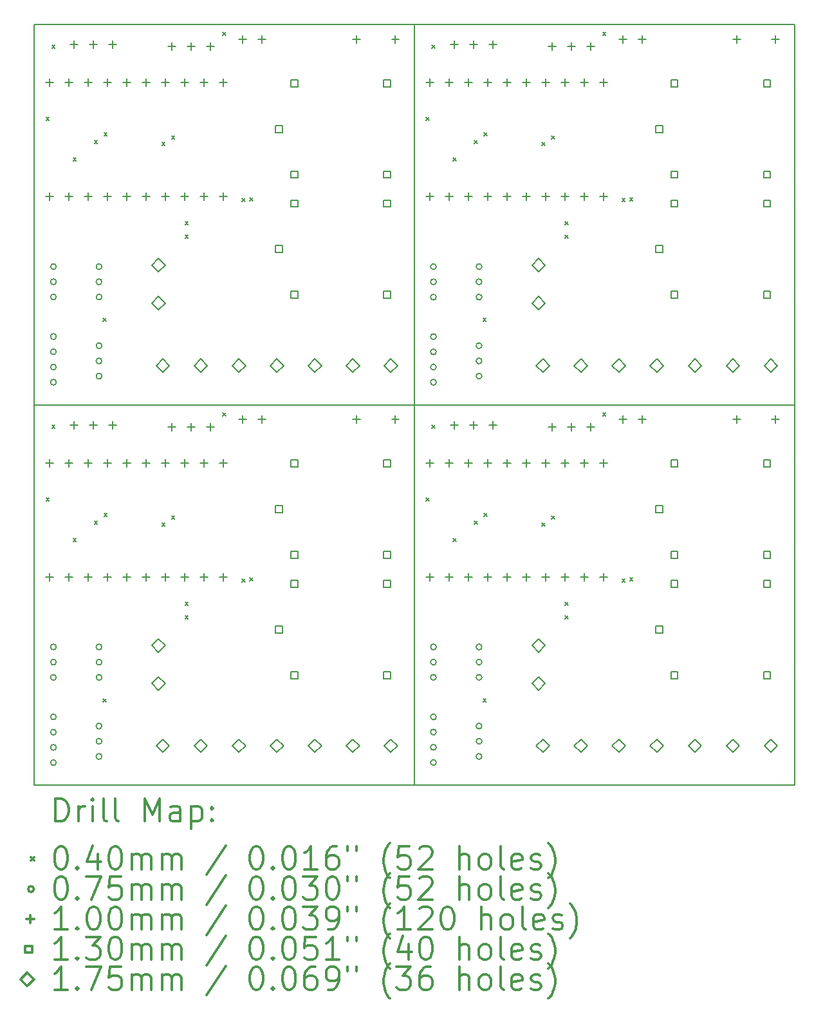
<source format=gbr>
%FSLAX45Y45*%
G04 Gerber Fmt 4.5, Leading zero omitted, Abs format (unit mm)*
G04 Created by KiCad (PCBNEW 5.0.2-bee76a0~70~ubuntu16.04.1) date Thu 28 Nov 2019 03:25:00 PM CET*
%MOMM*%
%LPD*%
G01*
G04 APERTURE LIST*
%ADD10C,0.150000*%
%ADD11C,0.200000*%
%ADD12C,0.300000*%
G04 APERTURE END LIST*
D10*
X15000000Y-5000000D02*
X15000000Y-10000000D01*
X10000000Y-5000000D02*
X10000000Y-10000000D01*
X20000000Y-10000000D02*
X20000000Y-5000000D01*
X10000000Y-10000000D02*
X15000000Y-10000000D01*
X20000000Y-5000000D02*
X15000000Y-5000000D01*
X15000000Y-10000000D02*
X15000000Y-5000000D01*
X15000000Y-10000000D02*
X20000000Y-10000000D01*
X15000000Y-5000000D02*
X10000000Y-5000000D01*
X15000000Y-10000000D02*
X15000000Y-15000000D01*
X15000000Y-15000000D02*
X20000000Y-15000000D01*
X20000000Y-15000000D02*
X20000000Y-10000000D01*
X20000000Y-10000000D02*
X15000000Y-10000000D01*
X15000000Y-10000000D02*
X10000000Y-10000000D01*
X15000000Y-15000000D02*
X15000000Y-10000000D01*
X10000000Y-15000000D02*
X15000000Y-15000000D01*
X10000000Y-10000000D02*
X10000000Y-15000000D01*
D11*
X10152700Y-6219500D02*
X10192700Y-6259500D01*
X10192700Y-6219500D02*
X10152700Y-6259500D01*
X10152700Y-11219500D02*
X10192700Y-11259500D01*
X10192700Y-11219500D02*
X10152700Y-11259500D01*
X10228900Y-5267000D02*
X10268900Y-5307000D01*
X10268900Y-5267000D02*
X10228900Y-5307000D01*
X10228900Y-10267000D02*
X10268900Y-10307000D01*
X10268900Y-10267000D02*
X10228900Y-10307000D01*
X10508300Y-6752900D02*
X10548300Y-6792900D01*
X10548300Y-6752900D02*
X10508300Y-6792900D01*
X10508300Y-11752900D02*
X10548300Y-11792900D01*
X10548300Y-11752900D02*
X10508300Y-11792900D01*
X10787700Y-6524300D02*
X10827700Y-6564300D01*
X10827700Y-6524300D02*
X10787700Y-6564300D01*
X10787700Y-11524300D02*
X10827700Y-11564300D01*
X10827700Y-11524300D02*
X10787700Y-11564300D01*
X10902000Y-8861100D02*
X10942000Y-8901100D01*
X10942000Y-8861100D02*
X10902000Y-8901100D01*
X10902000Y-13861100D02*
X10942000Y-13901100D01*
X10942000Y-13861100D02*
X10902000Y-13901100D01*
X10914700Y-6422700D02*
X10954700Y-6462700D01*
X10954700Y-6422700D02*
X10914700Y-6462700D01*
X10914700Y-11422700D02*
X10954700Y-11462700D01*
X10954700Y-11422700D02*
X10914700Y-11462700D01*
X11676700Y-6549700D02*
X11716700Y-6589700D01*
X11716700Y-6549700D02*
X11676700Y-6589700D01*
X11676700Y-11549700D02*
X11716700Y-11589700D01*
X11716700Y-11549700D02*
X11676700Y-11589700D01*
X11803700Y-6460800D02*
X11843700Y-6500800D01*
X11843700Y-6460800D02*
X11803700Y-6500800D01*
X11803700Y-11460800D02*
X11843700Y-11500800D01*
X11843700Y-11460800D02*
X11803700Y-11500800D01*
X11981500Y-7591100D02*
X12021500Y-7631100D01*
X12021500Y-7591100D02*
X11981500Y-7631100D01*
X11981500Y-7768900D02*
X12021500Y-7808900D01*
X12021500Y-7768900D02*
X11981500Y-7808900D01*
X11981500Y-12591100D02*
X12021500Y-12631100D01*
X12021500Y-12591100D02*
X11981500Y-12631100D01*
X11981500Y-12768900D02*
X12021500Y-12808900D01*
X12021500Y-12768900D02*
X11981500Y-12808900D01*
X12476800Y-5101900D02*
X12516800Y-5141900D01*
X12516800Y-5101900D02*
X12476800Y-5141900D01*
X12476800Y-10101900D02*
X12516800Y-10141900D01*
X12516800Y-10101900D02*
X12476800Y-10141900D01*
X12730800Y-7286300D02*
X12770800Y-7326300D01*
X12770800Y-7286300D02*
X12730800Y-7326300D01*
X12730800Y-12286300D02*
X12770800Y-12326300D01*
X12770800Y-12286300D02*
X12730800Y-12326300D01*
X12832400Y-7273600D02*
X12872400Y-7313600D01*
X12872400Y-7273600D02*
X12832400Y-7313600D01*
X12832400Y-12273600D02*
X12872400Y-12313600D01*
X12872400Y-12273600D02*
X12832400Y-12313600D01*
X15152700Y-6219500D02*
X15192700Y-6259500D01*
X15192700Y-6219500D02*
X15152700Y-6259500D01*
X15152700Y-11219500D02*
X15192700Y-11259500D01*
X15192700Y-11219500D02*
X15152700Y-11259500D01*
X15228900Y-5267000D02*
X15268900Y-5307000D01*
X15268900Y-5267000D02*
X15228900Y-5307000D01*
X15228900Y-10267000D02*
X15268900Y-10307000D01*
X15268900Y-10267000D02*
X15228900Y-10307000D01*
X15508300Y-6752900D02*
X15548300Y-6792900D01*
X15548300Y-6752900D02*
X15508300Y-6792900D01*
X15508300Y-11752900D02*
X15548300Y-11792900D01*
X15548300Y-11752900D02*
X15508300Y-11792900D01*
X15787700Y-6524300D02*
X15827700Y-6564300D01*
X15827700Y-6524300D02*
X15787700Y-6564300D01*
X15787700Y-11524300D02*
X15827700Y-11564300D01*
X15827700Y-11524300D02*
X15787700Y-11564300D01*
X15902000Y-8861100D02*
X15942000Y-8901100D01*
X15942000Y-8861100D02*
X15902000Y-8901100D01*
X15902000Y-13861100D02*
X15942000Y-13901100D01*
X15942000Y-13861100D02*
X15902000Y-13901100D01*
X15914700Y-6422700D02*
X15954700Y-6462700D01*
X15954700Y-6422700D02*
X15914700Y-6462700D01*
X15914700Y-11422700D02*
X15954700Y-11462700D01*
X15954700Y-11422700D02*
X15914700Y-11462700D01*
X16676700Y-6549700D02*
X16716700Y-6589700D01*
X16716700Y-6549700D02*
X16676700Y-6589700D01*
X16676700Y-11549700D02*
X16716700Y-11589700D01*
X16716700Y-11549700D02*
X16676700Y-11589700D01*
X16803700Y-6460800D02*
X16843700Y-6500800D01*
X16843700Y-6460800D02*
X16803700Y-6500800D01*
X16803700Y-11460800D02*
X16843700Y-11500800D01*
X16843700Y-11460800D02*
X16803700Y-11500800D01*
X16981500Y-7591100D02*
X17021500Y-7631100D01*
X17021500Y-7591100D02*
X16981500Y-7631100D01*
X16981500Y-7768900D02*
X17021500Y-7808900D01*
X17021500Y-7768900D02*
X16981500Y-7808900D01*
X16981500Y-12591100D02*
X17021500Y-12631100D01*
X17021500Y-12591100D02*
X16981500Y-12631100D01*
X16981500Y-12768900D02*
X17021500Y-12808900D01*
X17021500Y-12768900D02*
X16981500Y-12808900D01*
X17476800Y-5101900D02*
X17516800Y-5141900D01*
X17516800Y-5101900D02*
X17476800Y-5141900D01*
X17476800Y-10101900D02*
X17516800Y-10141900D01*
X17516800Y-10101900D02*
X17476800Y-10141900D01*
X17730800Y-7286300D02*
X17770800Y-7326300D01*
X17770800Y-7286300D02*
X17730800Y-7326300D01*
X17730800Y-12286300D02*
X17770800Y-12326300D01*
X17770800Y-12286300D02*
X17730800Y-12326300D01*
X17832400Y-7273600D02*
X17872400Y-7313600D01*
X17872400Y-7273600D02*
X17832400Y-7313600D01*
X17832400Y-12273600D02*
X17872400Y-12313600D01*
X17872400Y-12273600D02*
X17832400Y-12313600D01*
X15887500Y-9220000D02*
G75*
G03X15887500Y-9220000I-37500J0D01*
G01*
X15887500Y-9420000D02*
G75*
G03X15887500Y-9420000I-37500J0D01*
G01*
X15887500Y-9620000D02*
G75*
G03X15887500Y-9620000I-37500J0D01*
G01*
X15887500Y-14220000D02*
G75*
G03X15887500Y-14220000I-37500J0D01*
G01*
X15887500Y-14420000D02*
G75*
G03X15887500Y-14420000I-37500J0D01*
G01*
X15887500Y-14620000D02*
G75*
G03X15887500Y-14620000I-37500J0D01*
G01*
X15287500Y-8180000D02*
G75*
G03X15287500Y-8180000I-37500J0D01*
G01*
X15287500Y-8380000D02*
G75*
G03X15287500Y-8380000I-37500J0D01*
G01*
X15287500Y-8580000D02*
G75*
G03X15287500Y-8580000I-37500J0D01*
G01*
X15887500Y-8180000D02*
G75*
G03X15887500Y-8180000I-37500J0D01*
G01*
X15887500Y-8380000D02*
G75*
G03X15887500Y-8380000I-37500J0D01*
G01*
X15887500Y-8580000D02*
G75*
G03X15887500Y-8580000I-37500J0D01*
G01*
X15287500Y-14100000D02*
G75*
G03X15287500Y-14100000I-37500J0D01*
G01*
X15287500Y-14300000D02*
G75*
G03X15287500Y-14300000I-37500J0D01*
G01*
X15287500Y-14500000D02*
G75*
G03X15287500Y-14500000I-37500J0D01*
G01*
X15287500Y-14700000D02*
G75*
G03X15287500Y-14700000I-37500J0D01*
G01*
X10287500Y-13180000D02*
G75*
G03X10287500Y-13180000I-37500J0D01*
G01*
X10287500Y-13380000D02*
G75*
G03X10287500Y-13380000I-37500J0D01*
G01*
X10287500Y-13580000D02*
G75*
G03X10287500Y-13580000I-37500J0D01*
G01*
X10287500Y-14100000D02*
G75*
G03X10287500Y-14100000I-37500J0D01*
G01*
X10287500Y-14300000D02*
G75*
G03X10287500Y-14300000I-37500J0D01*
G01*
X10287500Y-14500000D02*
G75*
G03X10287500Y-14500000I-37500J0D01*
G01*
X10287500Y-14700000D02*
G75*
G03X10287500Y-14700000I-37500J0D01*
G01*
X10887500Y-9220000D02*
G75*
G03X10887500Y-9220000I-37500J0D01*
G01*
X10887500Y-9420000D02*
G75*
G03X10887500Y-9420000I-37500J0D01*
G01*
X10887500Y-9620000D02*
G75*
G03X10887500Y-9620000I-37500J0D01*
G01*
X10887500Y-8180000D02*
G75*
G03X10887500Y-8180000I-37500J0D01*
G01*
X10887500Y-8380000D02*
G75*
G03X10887500Y-8380000I-37500J0D01*
G01*
X10887500Y-8580000D02*
G75*
G03X10887500Y-8580000I-37500J0D01*
G01*
X10287500Y-8180000D02*
G75*
G03X10287500Y-8180000I-37500J0D01*
G01*
X10287500Y-8380000D02*
G75*
G03X10287500Y-8380000I-37500J0D01*
G01*
X10287500Y-8580000D02*
G75*
G03X10287500Y-8580000I-37500J0D01*
G01*
X10287500Y-9100000D02*
G75*
G03X10287500Y-9100000I-37500J0D01*
G01*
X10287500Y-9300000D02*
G75*
G03X10287500Y-9300000I-37500J0D01*
G01*
X10287500Y-9500000D02*
G75*
G03X10287500Y-9500000I-37500J0D01*
G01*
X10287500Y-9700000D02*
G75*
G03X10287500Y-9700000I-37500J0D01*
G01*
X10887500Y-13180000D02*
G75*
G03X10887500Y-13180000I-37500J0D01*
G01*
X10887500Y-13380000D02*
G75*
G03X10887500Y-13380000I-37500J0D01*
G01*
X10887500Y-13580000D02*
G75*
G03X10887500Y-13580000I-37500J0D01*
G01*
X15287500Y-13180000D02*
G75*
G03X15287500Y-13180000I-37500J0D01*
G01*
X15287500Y-13380000D02*
G75*
G03X15287500Y-13380000I-37500J0D01*
G01*
X15287500Y-13580000D02*
G75*
G03X15287500Y-13580000I-37500J0D01*
G01*
X10887500Y-14220000D02*
G75*
G03X10887500Y-14220000I-37500J0D01*
G01*
X10887500Y-14420000D02*
G75*
G03X10887500Y-14420000I-37500J0D01*
G01*
X10887500Y-14620000D02*
G75*
G03X10887500Y-14620000I-37500J0D01*
G01*
X15887500Y-13180000D02*
G75*
G03X15887500Y-13180000I-37500J0D01*
G01*
X15887500Y-13380000D02*
G75*
G03X15887500Y-13380000I-37500J0D01*
G01*
X15887500Y-13580000D02*
G75*
G03X15887500Y-13580000I-37500J0D01*
G01*
X15287500Y-9100000D02*
G75*
G03X15287500Y-9100000I-37500J0D01*
G01*
X15287500Y-9300000D02*
G75*
G03X15287500Y-9300000I-37500J0D01*
G01*
X15287500Y-9500000D02*
G75*
G03X15287500Y-9500000I-37500J0D01*
G01*
X15287500Y-9700000D02*
G75*
G03X15287500Y-9700000I-37500J0D01*
G01*
X17741000Y-10140000D02*
X17741000Y-10240000D01*
X17691000Y-10190000D02*
X17791000Y-10190000D01*
X17995000Y-10140000D02*
X17995000Y-10240000D01*
X17945000Y-10190000D02*
X18045000Y-10190000D01*
X19240000Y-10140000D02*
X19240000Y-10240000D01*
X19190000Y-10190000D02*
X19290000Y-10190000D01*
X19750000Y-10140000D02*
X19750000Y-10240000D01*
X19700000Y-10190000D02*
X19800000Y-10190000D01*
X10200975Y-10709812D02*
X10200975Y-10809812D01*
X10150975Y-10759812D02*
X10250975Y-10759812D01*
X10200975Y-12209812D02*
X10200975Y-12309812D01*
X10150975Y-12259812D02*
X10250975Y-12259812D01*
X10454975Y-10709812D02*
X10454975Y-10809812D01*
X10404975Y-10759812D02*
X10504975Y-10759812D01*
X10454975Y-12209812D02*
X10454975Y-12309812D01*
X10404975Y-12259812D02*
X10504975Y-12259812D01*
X10708975Y-10709812D02*
X10708975Y-10809812D01*
X10658975Y-10759812D02*
X10758975Y-10759812D01*
X10708975Y-12209812D02*
X10708975Y-12309812D01*
X10658975Y-12259812D02*
X10758975Y-12259812D01*
X10962975Y-10709812D02*
X10962975Y-10809812D01*
X10912975Y-10759812D02*
X11012975Y-10759812D01*
X10962975Y-12209812D02*
X10962975Y-12309812D01*
X10912975Y-12259812D02*
X11012975Y-12259812D01*
X11216975Y-10709812D02*
X11216975Y-10809812D01*
X11166975Y-10759812D02*
X11266975Y-10759812D01*
X11216975Y-12209812D02*
X11216975Y-12309812D01*
X11166975Y-12259812D02*
X11266975Y-12259812D01*
X11470975Y-10709812D02*
X11470975Y-10809812D01*
X11420975Y-10759812D02*
X11520975Y-10759812D01*
X11470975Y-12209812D02*
X11470975Y-12309812D01*
X11420975Y-12259812D02*
X11520975Y-12259812D01*
X11724975Y-10709812D02*
X11724975Y-10809812D01*
X11674975Y-10759812D02*
X11774975Y-10759812D01*
X11724975Y-12209812D02*
X11724975Y-12309812D01*
X11674975Y-12259812D02*
X11774975Y-12259812D01*
X11978975Y-10709812D02*
X11978975Y-10809812D01*
X11928975Y-10759812D02*
X12028975Y-10759812D01*
X11978975Y-12209812D02*
X11978975Y-12309812D01*
X11928975Y-12259812D02*
X12028975Y-12259812D01*
X12232975Y-10709812D02*
X12232975Y-10809812D01*
X12182975Y-10759812D02*
X12282975Y-10759812D01*
X12232975Y-12209812D02*
X12232975Y-12309812D01*
X12182975Y-12259812D02*
X12282975Y-12259812D01*
X12486975Y-10709812D02*
X12486975Y-10809812D01*
X12436975Y-10759812D02*
X12536975Y-10759812D01*
X12486975Y-12209812D02*
X12486975Y-12309812D01*
X12436975Y-12259812D02*
X12536975Y-12259812D01*
X10522000Y-10212700D02*
X10522000Y-10312700D01*
X10472000Y-10262700D02*
X10572000Y-10262700D01*
X10776000Y-10212700D02*
X10776000Y-10312700D01*
X10726000Y-10262700D02*
X10826000Y-10262700D01*
X11030000Y-10212700D02*
X11030000Y-10312700D01*
X10980000Y-10262700D02*
X11080000Y-10262700D01*
X15522000Y-5212700D02*
X15522000Y-5312700D01*
X15472000Y-5262700D02*
X15572000Y-5262700D01*
X15776000Y-5212700D02*
X15776000Y-5312700D01*
X15726000Y-5262700D02*
X15826000Y-5262700D01*
X16030000Y-5212700D02*
X16030000Y-5312700D01*
X15980000Y-5262700D02*
X16080000Y-5262700D01*
X16809600Y-5236800D02*
X16809600Y-5336800D01*
X16759600Y-5286800D02*
X16859600Y-5286800D01*
X17063600Y-5236800D02*
X17063600Y-5336800D01*
X17013600Y-5286800D02*
X17113600Y-5286800D01*
X17317600Y-5236800D02*
X17317600Y-5336800D01*
X17267600Y-5286800D02*
X17367600Y-5286800D01*
X11809600Y-5236800D02*
X11809600Y-5336800D01*
X11759600Y-5286800D02*
X11859600Y-5286800D01*
X12063600Y-5236800D02*
X12063600Y-5336800D01*
X12013600Y-5286800D02*
X12113600Y-5286800D01*
X12317600Y-5236800D02*
X12317600Y-5336800D01*
X12267600Y-5286800D02*
X12367600Y-5286800D01*
X12741000Y-5140000D02*
X12741000Y-5240000D01*
X12691000Y-5190000D02*
X12791000Y-5190000D01*
X12995000Y-5140000D02*
X12995000Y-5240000D01*
X12945000Y-5190000D02*
X13045000Y-5190000D01*
X14240000Y-5140000D02*
X14240000Y-5240000D01*
X14190000Y-5190000D02*
X14290000Y-5190000D01*
X14750000Y-5140000D02*
X14750000Y-5240000D01*
X14700000Y-5190000D02*
X14800000Y-5190000D01*
X15200975Y-10709812D02*
X15200975Y-10809812D01*
X15150975Y-10759812D02*
X15250975Y-10759812D01*
X15200975Y-12209812D02*
X15200975Y-12309812D01*
X15150975Y-12259812D02*
X15250975Y-12259812D01*
X15454975Y-10709812D02*
X15454975Y-10809812D01*
X15404975Y-10759812D02*
X15504975Y-10759812D01*
X15454975Y-12209812D02*
X15454975Y-12309812D01*
X15404975Y-12259812D02*
X15504975Y-12259812D01*
X15708975Y-10709812D02*
X15708975Y-10809812D01*
X15658975Y-10759812D02*
X15758975Y-10759812D01*
X15708975Y-12209812D02*
X15708975Y-12309812D01*
X15658975Y-12259812D02*
X15758975Y-12259812D01*
X15962975Y-10709812D02*
X15962975Y-10809812D01*
X15912975Y-10759812D02*
X16012975Y-10759812D01*
X15962975Y-12209812D02*
X15962975Y-12309812D01*
X15912975Y-12259812D02*
X16012975Y-12259812D01*
X16216975Y-10709812D02*
X16216975Y-10809812D01*
X16166975Y-10759812D02*
X16266975Y-10759812D01*
X16216975Y-12209812D02*
X16216975Y-12309812D01*
X16166975Y-12259812D02*
X16266975Y-12259812D01*
X16470975Y-10709812D02*
X16470975Y-10809812D01*
X16420975Y-10759812D02*
X16520975Y-10759812D01*
X16470975Y-12209812D02*
X16470975Y-12309812D01*
X16420975Y-12259812D02*
X16520975Y-12259812D01*
X16724975Y-10709812D02*
X16724975Y-10809812D01*
X16674975Y-10759812D02*
X16774975Y-10759812D01*
X16724975Y-12209812D02*
X16724975Y-12309812D01*
X16674975Y-12259812D02*
X16774975Y-12259812D01*
X16978975Y-10709812D02*
X16978975Y-10809812D01*
X16928975Y-10759812D02*
X17028975Y-10759812D01*
X16978975Y-12209812D02*
X16978975Y-12309812D01*
X16928975Y-12259812D02*
X17028975Y-12259812D01*
X17232975Y-10709812D02*
X17232975Y-10809812D01*
X17182975Y-10759812D02*
X17282975Y-10759812D01*
X17232975Y-12209812D02*
X17232975Y-12309812D01*
X17182975Y-12259812D02*
X17282975Y-12259812D01*
X17486975Y-10709812D02*
X17486975Y-10809812D01*
X17436975Y-10759812D02*
X17536975Y-10759812D01*
X17486975Y-12209812D02*
X17486975Y-12309812D01*
X17436975Y-12259812D02*
X17536975Y-12259812D01*
X11809600Y-10236800D02*
X11809600Y-10336800D01*
X11759600Y-10286800D02*
X11859600Y-10286800D01*
X12063600Y-10236800D02*
X12063600Y-10336800D01*
X12013600Y-10286800D02*
X12113600Y-10286800D01*
X12317600Y-10236800D02*
X12317600Y-10336800D01*
X12267600Y-10286800D02*
X12367600Y-10286800D01*
X16809600Y-10236800D02*
X16809600Y-10336800D01*
X16759600Y-10286800D02*
X16859600Y-10286800D01*
X17063600Y-10236800D02*
X17063600Y-10336800D01*
X17013600Y-10286800D02*
X17113600Y-10286800D01*
X17317600Y-10236800D02*
X17317600Y-10336800D01*
X17267600Y-10286800D02*
X17367600Y-10286800D01*
X10200975Y-5709812D02*
X10200975Y-5809812D01*
X10150975Y-5759812D02*
X10250975Y-5759812D01*
X10200975Y-7209812D02*
X10200975Y-7309812D01*
X10150975Y-7259812D02*
X10250975Y-7259812D01*
X10454975Y-5709812D02*
X10454975Y-5809812D01*
X10404975Y-5759812D02*
X10504975Y-5759812D01*
X10454975Y-7209812D02*
X10454975Y-7309812D01*
X10404975Y-7259812D02*
X10504975Y-7259812D01*
X10708975Y-5709812D02*
X10708975Y-5809812D01*
X10658975Y-5759812D02*
X10758975Y-5759812D01*
X10708975Y-7209812D02*
X10708975Y-7309812D01*
X10658975Y-7259812D02*
X10758975Y-7259812D01*
X10962975Y-5709812D02*
X10962975Y-5809812D01*
X10912975Y-5759812D02*
X11012975Y-5759812D01*
X10962975Y-7209812D02*
X10962975Y-7309812D01*
X10912975Y-7259812D02*
X11012975Y-7259812D01*
X11216975Y-5709812D02*
X11216975Y-5809812D01*
X11166975Y-5759812D02*
X11266975Y-5759812D01*
X11216975Y-7209812D02*
X11216975Y-7309812D01*
X11166975Y-7259812D02*
X11266975Y-7259812D01*
X11470975Y-5709812D02*
X11470975Y-5809812D01*
X11420975Y-5759812D02*
X11520975Y-5759812D01*
X11470975Y-7209812D02*
X11470975Y-7309812D01*
X11420975Y-7259812D02*
X11520975Y-7259812D01*
X11724975Y-5709812D02*
X11724975Y-5809812D01*
X11674975Y-5759812D02*
X11774975Y-5759812D01*
X11724975Y-7209812D02*
X11724975Y-7309812D01*
X11674975Y-7259812D02*
X11774975Y-7259812D01*
X11978975Y-5709812D02*
X11978975Y-5809812D01*
X11928975Y-5759812D02*
X12028975Y-5759812D01*
X11978975Y-7209812D02*
X11978975Y-7309812D01*
X11928975Y-7259812D02*
X12028975Y-7259812D01*
X12232975Y-5709812D02*
X12232975Y-5809812D01*
X12182975Y-5759812D02*
X12282975Y-5759812D01*
X12232975Y-7209812D02*
X12232975Y-7309812D01*
X12182975Y-7259812D02*
X12282975Y-7259812D01*
X12486975Y-5709812D02*
X12486975Y-5809812D01*
X12436975Y-5759812D02*
X12536975Y-5759812D01*
X12486975Y-7209812D02*
X12486975Y-7309812D01*
X12436975Y-7259812D02*
X12536975Y-7259812D01*
X10522000Y-5212700D02*
X10522000Y-5312700D01*
X10472000Y-5262700D02*
X10572000Y-5262700D01*
X10776000Y-5212700D02*
X10776000Y-5312700D01*
X10726000Y-5262700D02*
X10826000Y-5262700D01*
X11030000Y-5212700D02*
X11030000Y-5312700D01*
X10980000Y-5262700D02*
X11080000Y-5262700D01*
X17741000Y-5140000D02*
X17741000Y-5240000D01*
X17691000Y-5190000D02*
X17791000Y-5190000D01*
X17995000Y-5140000D02*
X17995000Y-5240000D01*
X17945000Y-5190000D02*
X18045000Y-5190000D01*
X19240000Y-5140000D02*
X19240000Y-5240000D01*
X19190000Y-5190000D02*
X19290000Y-5190000D01*
X19750000Y-5140000D02*
X19750000Y-5240000D01*
X19700000Y-5190000D02*
X19800000Y-5190000D01*
X15522000Y-10212700D02*
X15522000Y-10312700D01*
X15472000Y-10262700D02*
X15572000Y-10262700D01*
X15776000Y-10212700D02*
X15776000Y-10312700D01*
X15726000Y-10262700D02*
X15826000Y-10262700D01*
X16030000Y-10212700D02*
X16030000Y-10312700D01*
X15980000Y-10262700D02*
X16080000Y-10262700D01*
X12741000Y-10140000D02*
X12741000Y-10240000D01*
X12691000Y-10190000D02*
X12791000Y-10190000D01*
X12995000Y-10140000D02*
X12995000Y-10240000D01*
X12945000Y-10190000D02*
X13045000Y-10190000D01*
X14240000Y-10140000D02*
X14240000Y-10240000D01*
X14190000Y-10190000D02*
X14290000Y-10190000D01*
X14750000Y-10140000D02*
X14750000Y-10240000D01*
X14700000Y-10190000D02*
X14800000Y-10190000D01*
X15200975Y-5709812D02*
X15200975Y-5809812D01*
X15150975Y-5759812D02*
X15250975Y-5759812D01*
X15200975Y-7209812D02*
X15200975Y-7309812D01*
X15150975Y-7259812D02*
X15250975Y-7259812D01*
X15454975Y-5709812D02*
X15454975Y-5809812D01*
X15404975Y-5759812D02*
X15504975Y-5759812D01*
X15454975Y-7209812D02*
X15454975Y-7309812D01*
X15404975Y-7259812D02*
X15504975Y-7259812D01*
X15708975Y-5709812D02*
X15708975Y-5809812D01*
X15658975Y-5759812D02*
X15758975Y-5759812D01*
X15708975Y-7209812D02*
X15708975Y-7309812D01*
X15658975Y-7259812D02*
X15758975Y-7259812D01*
X15962975Y-5709812D02*
X15962975Y-5809812D01*
X15912975Y-5759812D02*
X16012975Y-5759812D01*
X15962975Y-7209812D02*
X15962975Y-7309812D01*
X15912975Y-7259812D02*
X16012975Y-7259812D01*
X16216975Y-5709812D02*
X16216975Y-5809812D01*
X16166975Y-5759812D02*
X16266975Y-5759812D01*
X16216975Y-7209812D02*
X16216975Y-7309812D01*
X16166975Y-7259812D02*
X16266975Y-7259812D01*
X16470975Y-5709812D02*
X16470975Y-5809812D01*
X16420975Y-5759812D02*
X16520975Y-5759812D01*
X16470975Y-7209812D02*
X16470975Y-7309812D01*
X16420975Y-7259812D02*
X16520975Y-7259812D01*
X16724975Y-5709812D02*
X16724975Y-5809812D01*
X16674975Y-5759812D02*
X16774975Y-5759812D01*
X16724975Y-7209812D02*
X16724975Y-7309812D01*
X16674975Y-7259812D02*
X16774975Y-7259812D01*
X16978975Y-5709812D02*
X16978975Y-5809812D01*
X16928975Y-5759812D02*
X17028975Y-5759812D01*
X16978975Y-7209812D02*
X16978975Y-7309812D01*
X16928975Y-7259812D02*
X17028975Y-7259812D01*
X17232975Y-5709812D02*
X17232975Y-5809812D01*
X17182975Y-5759812D02*
X17282975Y-5759812D01*
X17232975Y-7209812D02*
X17232975Y-7309812D01*
X17182975Y-7259812D02*
X17282975Y-7259812D01*
X17486975Y-5709812D02*
X17486975Y-5809812D01*
X17436975Y-5759812D02*
X17536975Y-5759812D01*
X17486975Y-7209812D02*
X17486975Y-7309812D01*
X17436975Y-7259812D02*
X17536975Y-7259812D01*
X13266137Y-7995889D02*
X13266137Y-7904110D01*
X13174358Y-7904110D01*
X13174358Y-7995889D01*
X13266137Y-7995889D01*
X13466035Y-7395941D02*
X13466035Y-7304162D01*
X13374256Y-7304162D01*
X13374256Y-7395941D01*
X13466035Y-7395941D01*
X13466035Y-8595838D02*
X13466035Y-8504059D01*
X13374256Y-8504059D01*
X13374256Y-8595838D01*
X13466035Y-8595838D01*
X14685743Y-7395941D02*
X14685743Y-7304162D01*
X14593964Y-7304162D01*
X14593964Y-7395941D01*
X14685743Y-7395941D01*
X14685743Y-8595838D02*
X14685743Y-8504059D01*
X14593964Y-8504059D01*
X14593964Y-8595838D01*
X14685743Y-8595838D01*
X18266138Y-12995889D02*
X18266138Y-12904110D01*
X18174359Y-12904110D01*
X18174359Y-12995889D01*
X18266138Y-12995889D01*
X18466036Y-12395941D02*
X18466036Y-12304162D01*
X18374257Y-12304162D01*
X18374257Y-12395941D01*
X18466036Y-12395941D01*
X18466036Y-13595837D02*
X18466036Y-13504058D01*
X18374257Y-13504058D01*
X18374257Y-13595837D01*
X18466036Y-13595837D01*
X19685744Y-12395941D02*
X19685744Y-12304162D01*
X19593965Y-12304162D01*
X19593965Y-12395941D01*
X19685744Y-12395941D01*
X19685744Y-13595837D02*
X19685744Y-13504058D01*
X19593965Y-13504058D01*
X19593965Y-13595837D01*
X19685744Y-13595837D01*
X18266138Y-6415889D02*
X18266138Y-6324110D01*
X18174359Y-6324110D01*
X18174359Y-6415889D01*
X18266138Y-6415889D01*
X18466036Y-5815941D02*
X18466036Y-5724162D01*
X18374257Y-5724162D01*
X18374257Y-5815941D01*
X18466036Y-5815941D01*
X18466036Y-7015837D02*
X18466036Y-6924058D01*
X18374257Y-6924058D01*
X18374257Y-7015837D01*
X18466036Y-7015837D01*
X19685744Y-5815941D02*
X19685744Y-5724162D01*
X19593965Y-5724162D01*
X19593965Y-5815941D01*
X19685744Y-5815941D01*
X19685744Y-7015837D02*
X19685744Y-6924058D01*
X19593965Y-6924058D01*
X19593965Y-7015837D01*
X19685744Y-7015837D01*
X18266138Y-7995889D02*
X18266138Y-7904110D01*
X18174359Y-7904110D01*
X18174359Y-7995889D01*
X18266138Y-7995889D01*
X18466036Y-7395941D02*
X18466036Y-7304162D01*
X18374257Y-7304162D01*
X18374257Y-7395941D01*
X18466036Y-7395941D01*
X18466036Y-8595838D02*
X18466036Y-8504059D01*
X18374257Y-8504059D01*
X18374257Y-8595838D01*
X18466036Y-8595838D01*
X19685744Y-7395941D02*
X19685744Y-7304162D01*
X19593965Y-7304162D01*
X19593965Y-7395941D01*
X19685744Y-7395941D01*
X19685744Y-8595838D02*
X19685744Y-8504059D01*
X19593965Y-8504059D01*
X19593965Y-8595838D01*
X19685744Y-8595838D01*
X13266137Y-11415889D02*
X13266137Y-11324110D01*
X13174358Y-11324110D01*
X13174358Y-11415889D01*
X13266137Y-11415889D01*
X13466035Y-10815942D02*
X13466035Y-10724163D01*
X13374256Y-10724163D01*
X13374256Y-10815942D01*
X13466035Y-10815942D01*
X13466035Y-12015837D02*
X13466035Y-11924058D01*
X13374256Y-11924058D01*
X13374256Y-12015837D01*
X13466035Y-12015837D01*
X14685743Y-10815942D02*
X14685743Y-10724163D01*
X14593964Y-10724163D01*
X14593964Y-10815942D01*
X14685743Y-10815942D01*
X14685743Y-12015837D02*
X14685743Y-11924058D01*
X14593964Y-11924058D01*
X14593964Y-12015837D01*
X14685743Y-12015837D01*
X13266137Y-6415889D02*
X13266137Y-6324110D01*
X13174358Y-6324110D01*
X13174358Y-6415889D01*
X13266137Y-6415889D01*
X13466035Y-5815941D02*
X13466035Y-5724162D01*
X13374256Y-5724162D01*
X13374256Y-5815941D01*
X13466035Y-5815941D01*
X13466035Y-7015837D02*
X13466035Y-6924058D01*
X13374256Y-6924058D01*
X13374256Y-7015837D01*
X13466035Y-7015837D01*
X14685743Y-5815941D02*
X14685743Y-5724162D01*
X14593964Y-5724162D01*
X14593964Y-5815941D01*
X14685743Y-5815941D01*
X14685743Y-7015837D02*
X14685743Y-6924058D01*
X14593964Y-6924058D01*
X14593964Y-7015837D01*
X14685743Y-7015837D01*
X18266138Y-11415889D02*
X18266138Y-11324110D01*
X18174359Y-11324110D01*
X18174359Y-11415889D01*
X18266138Y-11415889D01*
X18466036Y-10815942D02*
X18466036Y-10724163D01*
X18374257Y-10724163D01*
X18374257Y-10815942D01*
X18466036Y-10815942D01*
X18466036Y-12015837D02*
X18466036Y-11924058D01*
X18374257Y-11924058D01*
X18374257Y-12015837D01*
X18466036Y-12015837D01*
X19685744Y-10815942D02*
X19685744Y-10724163D01*
X19593965Y-10724163D01*
X19593965Y-10815942D01*
X19685744Y-10815942D01*
X19685744Y-12015837D02*
X19685744Y-11924058D01*
X19593965Y-11924058D01*
X19593965Y-12015837D01*
X19685744Y-12015837D01*
X13266137Y-12995889D02*
X13266137Y-12904110D01*
X13174358Y-12904110D01*
X13174358Y-12995889D01*
X13266137Y-12995889D01*
X13466035Y-12395941D02*
X13466035Y-12304162D01*
X13374256Y-12304162D01*
X13374256Y-12395941D01*
X13466035Y-12395941D01*
X13466035Y-13595837D02*
X13466035Y-13504058D01*
X13374256Y-13504058D01*
X13374256Y-13595837D01*
X13466035Y-13595837D01*
X14685743Y-12395941D02*
X14685743Y-12304162D01*
X14593964Y-12304162D01*
X14593964Y-12395941D01*
X14685743Y-12395941D01*
X14685743Y-13595837D02*
X14685743Y-13504058D01*
X14593964Y-13504058D01*
X14593964Y-13595837D01*
X14685743Y-13595837D01*
X14190000Y-9567500D02*
X14277500Y-9480000D01*
X14190000Y-9392500D01*
X14102500Y-9480000D01*
X14190000Y-9567500D01*
X14690000Y-9567500D02*
X14777500Y-9480000D01*
X14690000Y-9392500D01*
X14602500Y-9480000D01*
X14690000Y-9567500D01*
X16633200Y-8248700D02*
X16720700Y-8161200D01*
X16633200Y-8073700D01*
X16545700Y-8161200D01*
X16633200Y-8248700D01*
X16633200Y-8748700D02*
X16720700Y-8661200D01*
X16633200Y-8573700D01*
X16545700Y-8661200D01*
X16633200Y-8748700D01*
X11690000Y-14567500D02*
X11777500Y-14480000D01*
X11690000Y-14392500D01*
X11602500Y-14480000D01*
X11690000Y-14567500D01*
X12190000Y-14567500D02*
X12277500Y-14480000D01*
X12190000Y-14392500D01*
X12102500Y-14480000D01*
X12190000Y-14567500D01*
X12690000Y-14567500D02*
X12777500Y-14480000D01*
X12690000Y-14392500D01*
X12602500Y-14480000D01*
X12690000Y-14567500D01*
X13190000Y-14567500D02*
X13277500Y-14480000D01*
X13190000Y-14392500D01*
X13102500Y-14480000D01*
X13190000Y-14567500D01*
X13690000Y-14567500D02*
X13777500Y-14480000D01*
X13690000Y-14392500D01*
X13602500Y-14480000D01*
X13690000Y-14567500D01*
X19190000Y-14567500D02*
X19277500Y-14480000D01*
X19190000Y-14392500D01*
X19102500Y-14480000D01*
X19190000Y-14567500D01*
X19690000Y-14567500D02*
X19777500Y-14480000D01*
X19690000Y-14392500D01*
X19602500Y-14480000D01*
X19690000Y-14567500D01*
X17690000Y-9567500D02*
X17777500Y-9480000D01*
X17690000Y-9392500D01*
X17602500Y-9480000D01*
X17690000Y-9567500D01*
X18190000Y-9567500D02*
X18277500Y-9480000D01*
X18190000Y-9392500D01*
X18102500Y-9480000D01*
X18190000Y-9567500D01*
X18690000Y-9567500D02*
X18777500Y-9480000D01*
X18690000Y-9392500D01*
X18602500Y-9480000D01*
X18690000Y-9567500D01*
X12690000Y-9567500D02*
X12777500Y-9480000D01*
X12690000Y-9392500D01*
X12602500Y-9480000D01*
X12690000Y-9567500D01*
X13190000Y-9567500D02*
X13277500Y-9480000D01*
X13190000Y-9392500D01*
X13102500Y-9480000D01*
X13190000Y-9567500D01*
X13690000Y-9567500D02*
X13777500Y-9480000D01*
X13690000Y-9392500D01*
X13602500Y-9480000D01*
X13690000Y-9567500D01*
X16690000Y-14567500D02*
X16777500Y-14480000D01*
X16690000Y-14392500D01*
X16602500Y-14480000D01*
X16690000Y-14567500D01*
X17190000Y-14567500D02*
X17277500Y-14480000D01*
X17190000Y-14392500D01*
X17102500Y-14480000D01*
X17190000Y-14567500D01*
X11690000Y-9567500D02*
X11777500Y-9480000D01*
X11690000Y-9392500D01*
X11602500Y-9480000D01*
X11690000Y-9567500D01*
X12190000Y-9567500D02*
X12277500Y-9480000D01*
X12190000Y-9392500D01*
X12102500Y-9480000D01*
X12190000Y-9567500D01*
X11633200Y-8248700D02*
X11720700Y-8161200D01*
X11633200Y-8073700D01*
X11545700Y-8161200D01*
X11633200Y-8248700D01*
X11633200Y-8748700D02*
X11720700Y-8661200D01*
X11633200Y-8573700D01*
X11545700Y-8661200D01*
X11633200Y-8748700D01*
X19190000Y-9567500D02*
X19277500Y-9480000D01*
X19190000Y-9392500D01*
X19102500Y-9480000D01*
X19190000Y-9567500D01*
X19690000Y-9567500D02*
X19777500Y-9480000D01*
X19690000Y-9392500D01*
X19602500Y-9480000D01*
X19690000Y-9567500D01*
X16690000Y-9567500D02*
X16777500Y-9480000D01*
X16690000Y-9392500D01*
X16602500Y-9480000D01*
X16690000Y-9567500D01*
X17190000Y-9567500D02*
X17277500Y-9480000D01*
X17190000Y-9392500D01*
X17102500Y-9480000D01*
X17190000Y-9567500D01*
X16633200Y-13248700D02*
X16720700Y-13161200D01*
X16633200Y-13073700D01*
X16545700Y-13161200D01*
X16633200Y-13248700D01*
X16633200Y-13748700D02*
X16720700Y-13661200D01*
X16633200Y-13573700D01*
X16545700Y-13661200D01*
X16633200Y-13748700D01*
X17690000Y-14567500D02*
X17777500Y-14480000D01*
X17690000Y-14392500D01*
X17602500Y-14480000D01*
X17690000Y-14567500D01*
X18190000Y-14567500D02*
X18277500Y-14480000D01*
X18190000Y-14392500D01*
X18102500Y-14480000D01*
X18190000Y-14567500D01*
X18690000Y-14567500D02*
X18777500Y-14480000D01*
X18690000Y-14392500D01*
X18602500Y-14480000D01*
X18690000Y-14567500D01*
X14190000Y-14567500D02*
X14277500Y-14480000D01*
X14190000Y-14392500D01*
X14102500Y-14480000D01*
X14190000Y-14567500D01*
X14690000Y-14567500D02*
X14777500Y-14480000D01*
X14690000Y-14392500D01*
X14602500Y-14480000D01*
X14690000Y-14567500D01*
X11633200Y-13248700D02*
X11720700Y-13161200D01*
X11633200Y-13073700D01*
X11545700Y-13161200D01*
X11633200Y-13248700D01*
X11633200Y-13748700D02*
X11720700Y-13661200D01*
X11633200Y-13573700D01*
X11545700Y-13661200D01*
X11633200Y-13748700D01*
D12*
X10278928Y-15473214D02*
X10278928Y-15173214D01*
X10350357Y-15173214D01*
X10393214Y-15187500D01*
X10421786Y-15216071D01*
X10436071Y-15244643D01*
X10450357Y-15301786D01*
X10450357Y-15344643D01*
X10436071Y-15401786D01*
X10421786Y-15430357D01*
X10393214Y-15458929D01*
X10350357Y-15473214D01*
X10278928Y-15473214D01*
X10578928Y-15473214D02*
X10578928Y-15273214D01*
X10578928Y-15330357D02*
X10593214Y-15301786D01*
X10607500Y-15287500D01*
X10636071Y-15273214D01*
X10664643Y-15273214D01*
X10764643Y-15473214D02*
X10764643Y-15273214D01*
X10764643Y-15173214D02*
X10750357Y-15187500D01*
X10764643Y-15201786D01*
X10778928Y-15187500D01*
X10764643Y-15173214D01*
X10764643Y-15201786D01*
X10950357Y-15473214D02*
X10921786Y-15458929D01*
X10907500Y-15430357D01*
X10907500Y-15173214D01*
X11107500Y-15473214D02*
X11078928Y-15458929D01*
X11064643Y-15430357D01*
X11064643Y-15173214D01*
X11450357Y-15473214D02*
X11450357Y-15173214D01*
X11550357Y-15387500D01*
X11650357Y-15173214D01*
X11650357Y-15473214D01*
X11921786Y-15473214D02*
X11921786Y-15316071D01*
X11907500Y-15287500D01*
X11878928Y-15273214D01*
X11821786Y-15273214D01*
X11793214Y-15287500D01*
X11921786Y-15458929D02*
X11893214Y-15473214D01*
X11821786Y-15473214D01*
X11793214Y-15458929D01*
X11778928Y-15430357D01*
X11778928Y-15401786D01*
X11793214Y-15373214D01*
X11821786Y-15358929D01*
X11893214Y-15358929D01*
X11921786Y-15344643D01*
X12064643Y-15273214D02*
X12064643Y-15573214D01*
X12064643Y-15287500D02*
X12093214Y-15273214D01*
X12150357Y-15273214D01*
X12178928Y-15287500D01*
X12193214Y-15301786D01*
X12207500Y-15330357D01*
X12207500Y-15416071D01*
X12193214Y-15444643D01*
X12178928Y-15458929D01*
X12150357Y-15473214D01*
X12093214Y-15473214D01*
X12064643Y-15458929D01*
X12336071Y-15444643D02*
X12350357Y-15458929D01*
X12336071Y-15473214D01*
X12321786Y-15458929D01*
X12336071Y-15444643D01*
X12336071Y-15473214D01*
X12336071Y-15287500D02*
X12350357Y-15301786D01*
X12336071Y-15316071D01*
X12321786Y-15301786D01*
X12336071Y-15287500D01*
X12336071Y-15316071D01*
X9952500Y-15947500D02*
X9992500Y-15987500D01*
X9992500Y-15947500D02*
X9952500Y-15987500D01*
X10336071Y-15803214D02*
X10364643Y-15803214D01*
X10393214Y-15817500D01*
X10407500Y-15831786D01*
X10421786Y-15860357D01*
X10436071Y-15917500D01*
X10436071Y-15988929D01*
X10421786Y-16046071D01*
X10407500Y-16074643D01*
X10393214Y-16088929D01*
X10364643Y-16103214D01*
X10336071Y-16103214D01*
X10307500Y-16088929D01*
X10293214Y-16074643D01*
X10278928Y-16046071D01*
X10264643Y-15988929D01*
X10264643Y-15917500D01*
X10278928Y-15860357D01*
X10293214Y-15831786D01*
X10307500Y-15817500D01*
X10336071Y-15803214D01*
X10564643Y-16074643D02*
X10578928Y-16088929D01*
X10564643Y-16103214D01*
X10550357Y-16088929D01*
X10564643Y-16074643D01*
X10564643Y-16103214D01*
X10836071Y-15903214D02*
X10836071Y-16103214D01*
X10764643Y-15788929D02*
X10693214Y-16003214D01*
X10878928Y-16003214D01*
X11050357Y-15803214D02*
X11078928Y-15803214D01*
X11107500Y-15817500D01*
X11121786Y-15831786D01*
X11136071Y-15860357D01*
X11150357Y-15917500D01*
X11150357Y-15988929D01*
X11136071Y-16046071D01*
X11121786Y-16074643D01*
X11107500Y-16088929D01*
X11078928Y-16103214D01*
X11050357Y-16103214D01*
X11021786Y-16088929D01*
X11007500Y-16074643D01*
X10993214Y-16046071D01*
X10978928Y-15988929D01*
X10978928Y-15917500D01*
X10993214Y-15860357D01*
X11007500Y-15831786D01*
X11021786Y-15817500D01*
X11050357Y-15803214D01*
X11278928Y-16103214D02*
X11278928Y-15903214D01*
X11278928Y-15931786D02*
X11293214Y-15917500D01*
X11321786Y-15903214D01*
X11364643Y-15903214D01*
X11393214Y-15917500D01*
X11407500Y-15946071D01*
X11407500Y-16103214D01*
X11407500Y-15946071D02*
X11421786Y-15917500D01*
X11450357Y-15903214D01*
X11493214Y-15903214D01*
X11521786Y-15917500D01*
X11536071Y-15946071D01*
X11536071Y-16103214D01*
X11678928Y-16103214D02*
X11678928Y-15903214D01*
X11678928Y-15931786D02*
X11693214Y-15917500D01*
X11721786Y-15903214D01*
X11764643Y-15903214D01*
X11793214Y-15917500D01*
X11807500Y-15946071D01*
X11807500Y-16103214D01*
X11807500Y-15946071D02*
X11821786Y-15917500D01*
X11850357Y-15903214D01*
X11893214Y-15903214D01*
X11921786Y-15917500D01*
X11936071Y-15946071D01*
X11936071Y-16103214D01*
X12521786Y-15788929D02*
X12264643Y-16174643D01*
X12907500Y-15803214D02*
X12936071Y-15803214D01*
X12964643Y-15817500D01*
X12978928Y-15831786D01*
X12993214Y-15860357D01*
X13007500Y-15917500D01*
X13007500Y-15988929D01*
X12993214Y-16046071D01*
X12978928Y-16074643D01*
X12964643Y-16088929D01*
X12936071Y-16103214D01*
X12907500Y-16103214D01*
X12878928Y-16088929D01*
X12864643Y-16074643D01*
X12850357Y-16046071D01*
X12836071Y-15988929D01*
X12836071Y-15917500D01*
X12850357Y-15860357D01*
X12864643Y-15831786D01*
X12878928Y-15817500D01*
X12907500Y-15803214D01*
X13136071Y-16074643D02*
X13150357Y-16088929D01*
X13136071Y-16103214D01*
X13121786Y-16088929D01*
X13136071Y-16074643D01*
X13136071Y-16103214D01*
X13336071Y-15803214D02*
X13364643Y-15803214D01*
X13393214Y-15817500D01*
X13407500Y-15831786D01*
X13421786Y-15860357D01*
X13436071Y-15917500D01*
X13436071Y-15988929D01*
X13421786Y-16046071D01*
X13407500Y-16074643D01*
X13393214Y-16088929D01*
X13364643Y-16103214D01*
X13336071Y-16103214D01*
X13307500Y-16088929D01*
X13293214Y-16074643D01*
X13278928Y-16046071D01*
X13264643Y-15988929D01*
X13264643Y-15917500D01*
X13278928Y-15860357D01*
X13293214Y-15831786D01*
X13307500Y-15817500D01*
X13336071Y-15803214D01*
X13721786Y-16103214D02*
X13550357Y-16103214D01*
X13636071Y-16103214D02*
X13636071Y-15803214D01*
X13607500Y-15846071D01*
X13578928Y-15874643D01*
X13550357Y-15888929D01*
X13978928Y-15803214D02*
X13921786Y-15803214D01*
X13893214Y-15817500D01*
X13878928Y-15831786D01*
X13850357Y-15874643D01*
X13836071Y-15931786D01*
X13836071Y-16046071D01*
X13850357Y-16074643D01*
X13864643Y-16088929D01*
X13893214Y-16103214D01*
X13950357Y-16103214D01*
X13978928Y-16088929D01*
X13993214Y-16074643D01*
X14007500Y-16046071D01*
X14007500Y-15974643D01*
X13993214Y-15946071D01*
X13978928Y-15931786D01*
X13950357Y-15917500D01*
X13893214Y-15917500D01*
X13864643Y-15931786D01*
X13850357Y-15946071D01*
X13836071Y-15974643D01*
X14121786Y-15803214D02*
X14121786Y-15860357D01*
X14236071Y-15803214D02*
X14236071Y-15860357D01*
X14678928Y-16217500D02*
X14664643Y-16203214D01*
X14636071Y-16160357D01*
X14621786Y-16131786D01*
X14607500Y-16088929D01*
X14593214Y-16017500D01*
X14593214Y-15960357D01*
X14607500Y-15888929D01*
X14621786Y-15846071D01*
X14636071Y-15817500D01*
X14664643Y-15774643D01*
X14678928Y-15760357D01*
X14936071Y-15803214D02*
X14793214Y-15803214D01*
X14778928Y-15946071D01*
X14793214Y-15931786D01*
X14821786Y-15917500D01*
X14893214Y-15917500D01*
X14921786Y-15931786D01*
X14936071Y-15946071D01*
X14950357Y-15974643D01*
X14950357Y-16046071D01*
X14936071Y-16074643D01*
X14921786Y-16088929D01*
X14893214Y-16103214D01*
X14821786Y-16103214D01*
X14793214Y-16088929D01*
X14778928Y-16074643D01*
X15064643Y-15831786D02*
X15078928Y-15817500D01*
X15107500Y-15803214D01*
X15178928Y-15803214D01*
X15207500Y-15817500D01*
X15221786Y-15831786D01*
X15236071Y-15860357D01*
X15236071Y-15888929D01*
X15221786Y-15931786D01*
X15050357Y-16103214D01*
X15236071Y-16103214D01*
X15593214Y-16103214D02*
X15593214Y-15803214D01*
X15721786Y-16103214D02*
X15721786Y-15946071D01*
X15707500Y-15917500D01*
X15678928Y-15903214D01*
X15636071Y-15903214D01*
X15607500Y-15917500D01*
X15593214Y-15931786D01*
X15907500Y-16103214D02*
X15878928Y-16088929D01*
X15864643Y-16074643D01*
X15850357Y-16046071D01*
X15850357Y-15960357D01*
X15864643Y-15931786D01*
X15878928Y-15917500D01*
X15907500Y-15903214D01*
X15950357Y-15903214D01*
X15978928Y-15917500D01*
X15993214Y-15931786D01*
X16007500Y-15960357D01*
X16007500Y-16046071D01*
X15993214Y-16074643D01*
X15978928Y-16088929D01*
X15950357Y-16103214D01*
X15907500Y-16103214D01*
X16178928Y-16103214D02*
X16150357Y-16088929D01*
X16136071Y-16060357D01*
X16136071Y-15803214D01*
X16407500Y-16088929D02*
X16378928Y-16103214D01*
X16321786Y-16103214D01*
X16293214Y-16088929D01*
X16278928Y-16060357D01*
X16278928Y-15946071D01*
X16293214Y-15917500D01*
X16321786Y-15903214D01*
X16378928Y-15903214D01*
X16407500Y-15917500D01*
X16421786Y-15946071D01*
X16421786Y-15974643D01*
X16278928Y-16003214D01*
X16536071Y-16088929D02*
X16564643Y-16103214D01*
X16621786Y-16103214D01*
X16650357Y-16088929D01*
X16664643Y-16060357D01*
X16664643Y-16046071D01*
X16650357Y-16017500D01*
X16621786Y-16003214D01*
X16578928Y-16003214D01*
X16550357Y-15988929D01*
X16536071Y-15960357D01*
X16536071Y-15946071D01*
X16550357Y-15917500D01*
X16578928Y-15903214D01*
X16621786Y-15903214D01*
X16650357Y-15917500D01*
X16764643Y-16217500D02*
X16778928Y-16203214D01*
X16807500Y-16160357D01*
X16821786Y-16131786D01*
X16836071Y-16088929D01*
X16850357Y-16017500D01*
X16850357Y-15960357D01*
X16836071Y-15888929D01*
X16821786Y-15846071D01*
X16807500Y-15817500D01*
X16778928Y-15774643D01*
X16764643Y-15760357D01*
X9992500Y-16363500D02*
G75*
G03X9992500Y-16363500I-37500J0D01*
G01*
X10336071Y-16199214D02*
X10364643Y-16199214D01*
X10393214Y-16213500D01*
X10407500Y-16227786D01*
X10421786Y-16256357D01*
X10436071Y-16313500D01*
X10436071Y-16384929D01*
X10421786Y-16442071D01*
X10407500Y-16470643D01*
X10393214Y-16484929D01*
X10364643Y-16499214D01*
X10336071Y-16499214D01*
X10307500Y-16484929D01*
X10293214Y-16470643D01*
X10278928Y-16442071D01*
X10264643Y-16384929D01*
X10264643Y-16313500D01*
X10278928Y-16256357D01*
X10293214Y-16227786D01*
X10307500Y-16213500D01*
X10336071Y-16199214D01*
X10564643Y-16470643D02*
X10578928Y-16484929D01*
X10564643Y-16499214D01*
X10550357Y-16484929D01*
X10564643Y-16470643D01*
X10564643Y-16499214D01*
X10678928Y-16199214D02*
X10878928Y-16199214D01*
X10750357Y-16499214D01*
X11136071Y-16199214D02*
X10993214Y-16199214D01*
X10978928Y-16342071D01*
X10993214Y-16327786D01*
X11021786Y-16313500D01*
X11093214Y-16313500D01*
X11121786Y-16327786D01*
X11136071Y-16342071D01*
X11150357Y-16370643D01*
X11150357Y-16442071D01*
X11136071Y-16470643D01*
X11121786Y-16484929D01*
X11093214Y-16499214D01*
X11021786Y-16499214D01*
X10993214Y-16484929D01*
X10978928Y-16470643D01*
X11278928Y-16499214D02*
X11278928Y-16299214D01*
X11278928Y-16327786D02*
X11293214Y-16313500D01*
X11321786Y-16299214D01*
X11364643Y-16299214D01*
X11393214Y-16313500D01*
X11407500Y-16342071D01*
X11407500Y-16499214D01*
X11407500Y-16342071D02*
X11421786Y-16313500D01*
X11450357Y-16299214D01*
X11493214Y-16299214D01*
X11521786Y-16313500D01*
X11536071Y-16342071D01*
X11536071Y-16499214D01*
X11678928Y-16499214D02*
X11678928Y-16299214D01*
X11678928Y-16327786D02*
X11693214Y-16313500D01*
X11721786Y-16299214D01*
X11764643Y-16299214D01*
X11793214Y-16313500D01*
X11807500Y-16342071D01*
X11807500Y-16499214D01*
X11807500Y-16342071D02*
X11821786Y-16313500D01*
X11850357Y-16299214D01*
X11893214Y-16299214D01*
X11921786Y-16313500D01*
X11936071Y-16342071D01*
X11936071Y-16499214D01*
X12521786Y-16184929D02*
X12264643Y-16570643D01*
X12907500Y-16199214D02*
X12936071Y-16199214D01*
X12964643Y-16213500D01*
X12978928Y-16227786D01*
X12993214Y-16256357D01*
X13007500Y-16313500D01*
X13007500Y-16384929D01*
X12993214Y-16442071D01*
X12978928Y-16470643D01*
X12964643Y-16484929D01*
X12936071Y-16499214D01*
X12907500Y-16499214D01*
X12878928Y-16484929D01*
X12864643Y-16470643D01*
X12850357Y-16442071D01*
X12836071Y-16384929D01*
X12836071Y-16313500D01*
X12850357Y-16256357D01*
X12864643Y-16227786D01*
X12878928Y-16213500D01*
X12907500Y-16199214D01*
X13136071Y-16470643D02*
X13150357Y-16484929D01*
X13136071Y-16499214D01*
X13121786Y-16484929D01*
X13136071Y-16470643D01*
X13136071Y-16499214D01*
X13336071Y-16199214D02*
X13364643Y-16199214D01*
X13393214Y-16213500D01*
X13407500Y-16227786D01*
X13421786Y-16256357D01*
X13436071Y-16313500D01*
X13436071Y-16384929D01*
X13421786Y-16442071D01*
X13407500Y-16470643D01*
X13393214Y-16484929D01*
X13364643Y-16499214D01*
X13336071Y-16499214D01*
X13307500Y-16484929D01*
X13293214Y-16470643D01*
X13278928Y-16442071D01*
X13264643Y-16384929D01*
X13264643Y-16313500D01*
X13278928Y-16256357D01*
X13293214Y-16227786D01*
X13307500Y-16213500D01*
X13336071Y-16199214D01*
X13536071Y-16199214D02*
X13721786Y-16199214D01*
X13621786Y-16313500D01*
X13664643Y-16313500D01*
X13693214Y-16327786D01*
X13707500Y-16342071D01*
X13721786Y-16370643D01*
X13721786Y-16442071D01*
X13707500Y-16470643D01*
X13693214Y-16484929D01*
X13664643Y-16499214D01*
X13578928Y-16499214D01*
X13550357Y-16484929D01*
X13536071Y-16470643D01*
X13907500Y-16199214D02*
X13936071Y-16199214D01*
X13964643Y-16213500D01*
X13978928Y-16227786D01*
X13993214Y-16256357D01*
X14007500Y-16313500D01*
X14007500Y-16384929D01*
X13993214Y-16442071D01*
X13978928Y-16470643D01*
X13964643Y-16484929D01*
X13936071Y-16499214D01*
X13907500Y-16499214D01*
X13878928Y-16484929D01*
X13864643Y-16470643D01*
X13850357Y-16442071D01*
X13836071Y-16384929D01*
X13836071Y-16313500D01*
X13850357Y-16256357D01*
X13864643Y-16227786D01*
X13878928Y-16213500D01*
X13907500Y-16199214D01*
X14121786Y-16199214D02*
X14121786Y-16256357D01*
X14236071Y-16199214D02*
X14236071Y-16256357D01*
X14678928Y-16613500D02*
X14664643Y-16599214D01*
X14636071Y-16556357D01*
X14621786Y-16527786D01*
X14607500Y-16484929D01*
X14593214Y-16413500D01*
X14593214Y-16356357D01*
X14607500Y-16284929D01*
X14621786Y-16242071D01*
X14636071Y-16213500D01*
X14664643Y-16170643D01*
X14678928Y-16156357D01*
X14936071Y-16199214D02*
X14793214Y-16199214D01*
X14778928Y-16342071D01*
X14793214Y-16327786D01*
X14821786Y-16313500D01*
X14893214Y-16313500D01*
X14921786Y-16327786D01*
X14936071Y-16342071D01*
X14950357Y-16370643D01*
X14950357Y-16442071D01*
X14936071Y-16470643D01*
X14921786Y-16484929D01*
X14893214Y-16499214D01*
X14821786Y-16499214D01*
X14793214Y-16484929D01*
X14778928Y-16470643D01*
X15064643Y-16227786D02*
X15078928Y-16213500D01*
X15107500Y-16199214D01*
X15178928Y-16199214D01*
X15207500Y-16213500D01*
X15221786Y-16227786D01*
X15236071Y-16256357D01*
X15236071Y-16284929D01*
X15221786Y-16327786D01*
X15050357Y-16499214D01*
X15236071Y-16499214D01*
X15593214Y-16499214D02*
X15593214Y-16199214D01*
X15721786Y-16499214D02*
X15721786Y-16342071D01*
X15707500Y-16313500D01*
X15678928Y-16299214D01*
X15636071Y-16299214D01*
X15607500Y-16313500D01*
X15593214Y-16327786D01*
X15907500Y-16499214D02*
X15878928Y-16484929D01*
X15864643Y-16470643D01*
X15850357Y-16442071D01*
X15850357Y-16356357D01*
X15864643Y-16327786D01*
X15878928Y-16313500D01*
X15907500Y-16299214D01*
X15950357Y-16299214D01*
X15978928Y-16313500D01*
X15993214Y-16327786D01*
X16007500Y-16356357D01*
X16007500Y-16442071D01*
X15993214Y-16470643D01*
X15978928Y-16484929D01*
X15950357Y-16499214D01*
X15907500Y-16499214D01*
X16178928Y-16499214D02*
X16150357Y-16484929D01*
X16136071Y-16456357D01*
X16136071Y-16199214D01*
X16407500Y-16484929D02*
X16378928Y-16499214D01*
X16321786Y-16499214D01*
X16293214Y-16484929D01*
X16278928Y-16456357D01*
X16278928Y-16342071D01*
X16293214Y-16313500D01*
X16321786Y-16299214D01*
X16378928Y-16299214D01*
X16407500Y-16313500D01*
X16421786Y-16342071D01*
X16421786Y-16370643D01*
X16278928Y-16399214D01*
X16536071Y-16484929D02*
X16564643Y-16499214D01*
X16621786Y-16499214D01*
X16650357Y-16484929D01*
X16664643Y-16456357D01*
X16664643Y-16442071D01*
X16650357Y-16413500D01*
X16621786Y-16399214D01*
X16578928Y-16399214D01*
X16550357Y-16384929D01*
X16536071Y-16356357D01*
X16536071Y-16342071D01*
X16550357Y-16313500D01*
X16578928Y-16299214D01*
X16621786Y-16299214D01*
X16650357Y-16313500D01*
X16764643Y-16613500D02*
X16778928Y-16599214D01*
X16807500Y-16556357D01*
X16821786Y-16527786D01*
X16836071Y-16484929D01*
X16850357Y-16413500D01*
X16850357Y-16356357D01*
X16836071Y-16284929D01*
X16821786Y-16242071D01*
X16807500Y-16213500D01*
X16778928Y-16170643D01*
X16764643Y-16156357D01*
X9942500Y-16709500D02*
X9942500Y-16809500D01*
X9892500Y-16759500D02*
X9992500Y-16759500D01*
X10436071Y-16895214D02*
X10264643Y-16895214D01*
X10350357Y-16895214D02*
X10350357Y-16595214D01*
X10321786Y-16638071D01*
X10293214Y-16666643D01*
X10264643Y-16680929D01*
X10564643Y-16866643D02*
X10578928Y-16880929D01*
X10564643Y-16895214D01*
X10550357Y-16880929D01*
X10564643Y-16866643D01*
X10564643Y-16895214D01*
X10764643Y-16595214D02*
X10793214Y-16595214D01*
X10821786Y-16609500D01*
X10836071Y-16623786D01*
X10850357Y-16652357D01*
X10864643Y-16709500D01*
X10864643Y-16780929D01*
X10850357Y-16838072D01*
X10836071Y-16866643D01*
X10821786Y-16880929D01*
X10793214Y-16895214D01*
X10764643Y-16895214D01*
X10736071Y-16880929D01*
X10721786Y-16866643D01*
X10707500Y-16838072D01*
X10693214Y-16780929D01*
X10693214Y-16709500D01*
X10707500Y-16652357D01*
X10721786Y-16623786D01*
X10736071Y-16609500D01*
X10764643Y-16595214D01*
X11050357Y-16595214D02*
X11078928Y-16595214D01*
X11107500Y-16609500D01*
X11121786Y-16623786D01*
X11136071Y-16652357D01*
X11150357Y-16709500D01*
X11150357Y-16780929D01*
X11136071Y-16838072D01*
X11121786Y-16866643D01*
X11107500Y-16880929D01*
X11078928Y-16895214D01*
X11050357Y-16895214D01*
X11021786Y-16880929D01*
X11007500Y-16866643D01*
X10993214Y-16838072D01*
X10978928Y-16780929D01*
X10978928Y-16709500D01*
X10993214Y-16652357D01*
X11007500Y-16623786D01*
X11021786Y-16609500D01*
X11050357Y-16595214D01*
X11278928Y-16895214D02*
X11278928Y-16695214D01*
X11278928Y-16723786D02*
X11293214Y-16709500D01*
X11321786Y-16695214D01*
X11364643Y-16695214D01*
X11393214Y-16709500D01*
X11407500Y-16738071D01*
X11407500Y-16895214D01*
X11407500Y-16738071D02*
X11421786Y-16709500D01*
X11450357Y-16695214D01*
X11493214Y-16695214D01*
X11521786Y-16709500D01*
X11536071Y-16738071D01*
X11536071Y-16895214D01*
X11678928Y-16895214D02*
X11678928Y-16695214D01*
X11678928Y-16723786D02*
X11693214Y-16709500D01*
X11721786Y-16695214D01*
X11764643Y-16695214D01*
X11793214Y-16709500D01*
X11807500Y-16738071D01*
X11807500Y-16895214D01*
X11807500Y-16738071D02*
X11821786Y-16709500D01*
X11850357Y-16695214D01*
X11893214Y-16695214D01*
X11921786Y-16709500D01*
X11936071Y-16738071D01*
X11936071Y-16895214D01*
X12521786Y-16580929D02*
X12264643Y-16966643D01*
X12907500Y-16595214D02*
X12936071Y-16595214D01*
X12964643Y-16609500D01*
X12978928Y-16623786D01*
X12993214Y-16652357D01*
X13007500Y-16709500D01*
X13007500Y-16780929D01*
X12993214Y-16838072D01*
X12978928Y-16866643D01*
X12964643Y-16880929D01*
X12936071Y-16895214D01*
X12907500Y-16895214D01*
X12878928Y-16880929D01*
X12864643Y-16866643D01*
X12850357Y-16838072D01*
X12836071Y-16780929D01*
X12836071Y-16709500D01*
X12850357Y-16652357D01*
X12864643Y-16623786D01*
X12878928Y-16609500D01*
X12907500Y-16595214D01*
X13136071Y-16866643D02*
X13150357Y-16880929D01*
X13136071Y-16895214D01*
X13121786Y-16880929D01*
X13136071Y-16866643D01*
X13136071Y-16895214D01*
X13336071Y-16595214D02*
X13364643Y-16595214D01*
X13393214Y-16609500D01*
X13407500Y-16623786D01*
X13421786Y-16652357D01*
X13436071Y-16709500D01*
X13436071Y-16780929D01*
X13421786Y-16838072D01*
X13407500Y-16866643D01*
X13393214Y-16880929D01*
X13364643Y-16895214D01*
X13336071Y-16895214D01*
X13307500Y-16880929D01*
X13293214Y-16866643D01*
X13278928Y-16838072D01*
X13264643Y-16780929D01*
X13264643Y-16709500D01*
X13278928Y-16652357D01*
X13293214Y-16623786D01*
X13307500Y-16609500D01*
X13336071Y-16595214D01*
X13536071Y-16595214D02*
X13721786Y-16595214D01*
X13621786Y-16709500D01*
X13664643Y-16709500D01*
X13693214Y-16723786D01*
X13707500Y-16738071D01*
X13721786Y-16766643D01*
X13721786Y-16838072D01*
X13707500Y-16866643D01*
X13693214Y-16880929D01*
X13664643Y-16895214D01*
X13578928Y-16895214D01*
X13550357Y-16880929D01*
X13536071Y-16866643D01*
X13864643Y-16895214D02*
X13921786Y-16895214D01*
X13950357Y-16880929D01*
X13964643Y-16866643D01*
X13993214Y-16823786D01*
X14007500Y-16766643D01*
X14007500Y-16652357D01*
X13993214Y-16623786D01*
X13978928Y-16609500D01*
X13950357Y-16595214D01*
X13893214Y-16595214D01*
X13864643Y-16609500D01*
X13850357Y-16623786D01*
X13836071Y-16652357D01*
X13836071Y-16723786D01*
X13850357Y-16752357D01*
X13864643Y-16766643D01*
X13893214Y-16780929D01*
X13950357Y-16780929D01*
X13978928Y-16766643D01*
X13993214Y-16752357D01*
X14007500Y-16723786D01*
X14121786Y-16595214D02*
X14121786Y-16652357D01*
X14236071Y-16595214D02*
X14236071Y-16652357D01*
X14678928Y-17009500D02*
X14664643Y-16995214D01*
X14636071Y-16952357D01*
X14621786Y-16923786D01*
X14607500Y-16880929D01*
X14593214Y-16809500D01*
X14593214Y-16752357D01*
X14607500Y-16680929D01*
X14621786Y-16638071D01*
X14636071Y-16609500D01*
X14664643Y-16566643D01*
X14678928Y-16552357D01*
X14950357Y-16895214D02*
X14778928Y-16895214D01*
X14864643Y-16895214D02*
X14864643Y-16595214D01*
X14836071Y-16638071D01*
X14807500Y-16666643D01*
X14778928Y-16680929D01*
X15064643Y-16623786D02*
X15078928Y-16609500D01*
X15107500Y-16595214D01*
X15178928Y-16595214D01*
X15207500Y-16609500D01*
X15221786Y-16623786D01*
X15236071Y-16652357D01*
X15236071Y-16680929D01*
X15221786Y-16723786D01*
X15050357Y-16895214D01*
X15236071Y-16895214D01*
X15421786Y-16595214D02*
X15450357Y-16595214D01*
X15478928Y-16609500D01*
X15493214Y-16623786D01*
X15507500Y-16652357D01*
X15521786Y-16709500D01*
X15521786Y-16780929D01*
X15507500Y-16838072D01*
X15493214Y-16866643D01*
X15478928Y-16880929D01*
X15450357Y-16895214D01*
X15421786Y-16895214D01*
X15393214Y-16880929D01*
X15378928Y-16866643D01*
X15364643Y-16838072D01*
X15350357Y-16780929D01*
X15350357Y-16709500D01*
X15364643Y-16652357D01*
X15378928Y-16623786D01*
X15393214Y-16609500D01*
X15421786Y-16595214D01*
X15878928Y-16895214D02*
X15878928Y-16595214D01*
X16007500Y-16895214D02*
X16007500Y-16738071D01*
X15993214Y-16709500D01*
X15964643Y-16695214D01*
X15921786Y-16695214D01*
X15893214Y-16709500D01*
X15878928Y-16723786D01*
X16193214Y-16895214D02*
X16164643Y-16880929D01*
X16150357Y-16866643D01*
X16136071Y-16838072D01*
X16136071Y-16752357D01*
X16150357Y-16723786D01*
X16164643Y-16709500D01*
X16193214Y-16695214D01*
X16236071Y-16695214D01*
X16264643Y-16709500D01*
X16278928Y-16723786D01*
X16293214Y-16752357D01*
X16293214Y-16838072D01*
X16278928Y-16866643D01*
X16264643Y-16880929D01*
X16236071Y-16895214D01*
X16193214Y-16895214D01*
X16464643Y-16895214D02*
X16436071Y-16880929D01*
X16421786Y-16852357D01*
X16421786Y-16595214D01*
X16693214Y-16880929D02*
X16664643Y-16895214D01*
X16607500Y-16895214D01*
X16578928Y-16880929D01*
X16564643Y-16852357D01*
X16564643Y-16738071D01*
X16578928Y-16709500D01*
X16607500Y-16695214D01*
X16664643Y-16695214D01*
X16693214Y-16709500D01*
X16707500Y-16738071D01*
X16707500Y-16766643D01*
X16564643Y-16795214D01*
X16821786Y-16880929D02*
X16850357Y-16895214D01*
X16907500Y-16895214D01*
X16936071Y-16880929D01*
X16950357Y-16852357D01*
X16950357Y-16838072D01*
X16936071Y-16809500D01*
X16907500Y-16795214D01*
X16864643Y-16795214D01*
X16836071Y-16780929D01*
X16821786Y-16752357D01*
X16821786Y-16738071D01*
X16836071Y-16709500D01*
X16864643Y-16695214D01*
X16907500Y-16695214D01*
X16936071Y-16709500D01*
X17050357Y-17009500D02*
X17064643Y-16995214D01*
X17093214Y-16952357D01*
X17107500Y-16923786D01*
X17121786Y-16880929D01*
X17136071Y-16809500D01*
X17136071Y-16752357D01*
X17121786Y-16680929D01*
X17107500Y-16638071D01*
X17093214Y-16609500D01*
X17064643Y-16566643D01*
X17050357Y-16552357D01*
X9973492Y-17201390D02*
X9973492Y-17109611D01*
X9881713Y-17109611D01*
X9881713Y-17201390D01*
X9973492Y-17201390D01*
X10436071Y-17291214D02*
X10264643Y-17291214D01*
X10350357Y-17291214D02*
X10350357Y-16991214D01*
X10321786Y-17034072D01*
X10293214Y-17062643D01*
X10264643Y-17076929D01*
X10564643Y-17262643D02*
X10578928Y-17276929D01*
X10564643Y-17291214D01*
X10550357Y-17276929D01*
X10564643Y-17262643D01*
X10564643Y-17291214D01*
X10678928Y-16991214D02*
X10864643Y-16991214D01*
X10764643Y-17105500D01*
X10807500Y-17105500D01*
X10836071Y-17119786D01*
X10850357Y-17134072D01*
X10864643Y-17162643D01*
X10864643Y-17234072D01*
X10850357Y-17262643D01*
X10836071Y-17276929D01*
X10807500Y-17291214D01*
X10721786Y-17291214D01*
X10693214Y-17276929D01*
X10678928Y-17262643D01*
X11050357Y-16991214D02*
X11078928Y-16991214D01*
X11107500Y-17005500D01*
X11121786Y-17019786D01*
X11136071Y-17048357D01*
X11150357Y-17105500D01*
X11150357Y-17176929D01*
X11136071Y-17234072D01*
X11121786Y-17262643D01*
X11107500Y-17276929D01*
X11078928Y-17291214D01*
X11050357Y-17291214D01*
X11021786Y-17276929D01*
X11007500Y-17262643D01*
X10993214Y-17234072D01*
X10978928Y-17176929D01*
X10978928Y-17105500D01*
X10993214Y-17048357D01*
X11007500Y-17019786D01*
X11021786Y-17005500D01*
X11050357Y-16991214D01*
X11278928Y-17291214D02*
X11278928Y-17091214D01*
X11278928Y-17119786D02*
X11293214Y-17105500D01*
X11321786Y-17091214D01*
X11364643Y-17091214D01*
X11393214Y-17105500D01*
X11407500Y-17134072D01*
X11407500Y-17291214D01*
X11407500Y-17134072D02*
X11421786Y-17105500D01*
X11450357Y-17091214D01*
X11493214Y-17091214D01*
X11521786Y-17105500D01*
X11536071Y-17134072D01*
X11536071Y-17291214D01*
X11678928Y-17291214D02*
X11678928Y-17091214D01*
X11678928Y-17119786D02*
X11693214Y-17105500D01*
X11721786Y-17091214D01*
X11764643Y-17091214D01*
X11793214Y-17105500D01*
X11807500Y-17134072D01*
X11807500Y-17291214D01*
X11807500Y-17134072D02*
X11821786Y-17105500D01*
X11850357Y-17091214D01*
X11893214Y-17091214D01*
X11921786Y-17105500D01*
X11936071Y-17134072D01*
X11936071Y-17291214D01*
X12521786Y-16976929D02*
X12264643Y-17362643D01*
X12907500Y-16991214D02*
X12936071Y-16991214D01*
X12964643Y-17005500D01*
X12978928Y-17019786D01*
X12993214Y-17048357D01*
X13007500Y-17105500D01*
X13007500Y-17176929D01*
X12993214Y-17234072D01*
X12978928Y-17262643D01*
X12964643Y-17276929D01*
X12936071Y-17291214D01*
X12907500Y-17291214D01*
X12878928Y-17276929D01*
X12864643Y-17262643D01*
X12850357Y-17234072D01*
X12836071Y-17176929D01*
X12836071Y-17105500D01*
X12850357Y-17048357D01*
X12864643Y-17019786D01*
X12878928Y-17005500D01*
X12907500Y-16991214D01*
X13136071Y-17262643D02*
X13150357Y-17276929D01*
X13136071Y-17291214D01*
X13121786Y-17276929D01*
X13136071Y-17262643D01*
X13136071Y-17291214D01*
X13336071Y-16991214D02*
X13364643Y-16991214D01*
X13393214Y-17005500D01*
X13407500Y-17019786D01*
X13421786Y-17048357D01*
X13436071Y-17105500D01*
X13436071Y-17176929D01*
X13421786Y-17234072D01*
X13407500Y-17262643D01*
X13393214Y-17276929D01*
X13364643Y-17291214D01*
X13336071Y-17291214D01*
X13307500Y-17276929D01*
X13293214Y-17262643D01*
X13278928Y-17234072D01*
X13264643Y-17176929D01*
X13264643Y-17105500D01*
X13278928Y-17048357D01*
X13293214Y-17019786D01*
X13307500Y-17005500D01*
X13336071Y-16991214D01*
X13707500Y-16991214D02*
X13564643Y-16991214D01*
X13550357Y-17134072D01*
X13564643Y-17119786D01*
X13593214Y-17105500D01*
X13664643Y-17105500D01*
X13693214Y-17119786D01*
X13707500Y-17134072D01*
X13721786Y-17162643D01*
X13721786Y-17234072D01*
X13707500Y-17262643D01*
X13693214Y-17276929D01*
X13664643Y-17291214D01*
X13593214Y-17291214D01*
X13564643Y-17276929D01*
X13550357Y-17262643D01*
X14007500Y-17291214D02*
X13836071Y-17291214D01*
X13921786Y-17291214D02*
X13921786Y-16991214D01*
X13893214Y-17034072D01*
X13864643Y-17062643D01*
X13836071Y-17076929D01*
X14121786Y-16991214D02*
X14121786Y-17048357D01*
X14236071Y-16991214D02*
X14236071Y-17048357D01*
X14678928Y-17405500D02*
X14664643Y-17391214D01*
X14636071Y-17348357D01*
X14621786Y-17319786D01*
X14607500Y-17276929D01*
X14593214Y-17205500D01*
X14593214Y-17148357D01*
X14607500Y-17076929D01*
X14621786Y-17034072D01*
X14636071Y-17005500D01*
X14664643Y-16962643D01*
X14678928Y-16948357D01*
X14921786Y-17091214D02*
X14921786Y-17291214D01*
X14850357Y-16976929D02*
X14778928Y-17191214D01*
X14964643Y-17191214D01*
X15136071Y-16991214D02*
X15164643Y-16991214D01*
X15193214Y-17005500D01*
X15207500Y-17019786D01*
X15221786Y-17048357D01*
X15236071Y-17105500D01*
X15236071Y-17176929D01*
X15221786Y-17234072D01*
X15207500Y-17262643D01*
X15193214Y-17276929D01*
X15164643Y-17291214D01*
X15136071Y-17291214D01*
X15107500Y-17276929D01*
X15093214Y-17262643D01*
X15078928Y-17234072D01*
X15064643Y-17176929D01*
X15064643Y-17105500D01*
X15078928Y-17048357D01*
X15093214Y-17019786D01*
X15107500Y-17005500D01*
X15136071Y-16991214D01*
X15593214Y-17291214D02*
X15593214Y-16991214D01*
X15721786Y-17291214D02*
X15721786Y-17134072D01*
X15707500Y-17105500D01*
X15678928Y-17091214D01*
X15636071Y-17091214D01*
X15607500Y-17105500D01*
X15593214Y-17119786D01*
X15907500Y-17291214D02*
X15878928Y-17276929D01*
X15864643Y-17262643D01*
X15850357Y-17234072D01*
X15850357Y-17148357D01*
X15864643Y-17119786D01*
X15878928Y-17105500D01*
X15907500Y-17091214D01*
X15950357Y-17091214D01*
X15978928Y-17105500D01*
X15993214Y-17119786D01*
X16007500Y-17148357D01*
X16007500Y-17234072D01*
X15993214Y-17262643D01*
X15978928Y-17276929D01*
X15950357Y-17291214D01*
X15907500Y-17291214D01*
X16178928Y-17291214D02*
X16150357Y-17276929D01*
X16136071Y-17248357D01*
X16136071Y-16991214D01*
X16407500Y-17276929D02*
X16378928Y-17291214D01*
X16321786Y-17291214D01*
X16293214Y-17276929D01*
X16278928Y-17248357D01*
X16278928Y-17134072D01*
X16293214Y-17105500D01*
X16321786Y-17091214D01*
X16378928Y-17091214D01*
X16407500Y-17105500D01*
X16421786Y-17134072D01*
X16421786Y-17162643D01*
X16278928Y-17191214D01*
X16536071Y-17276929D02*
X16564643Y-17291214D01*
X16621786Y-17291214D01*
X16650357Y-17276929D01*
X16664643Y-17248357D01*
X16664643Y-17234072D01*
X16650357Y-17205500D01*
X16621786Y-17191214D01*
X16578928Y-17191214D01*
X16550357Y-17176929D01*
X16536071Y-17148357D01*
X16536071Y-17134072D01*
X16550357Y-17105500D01*
X16578928Y-17091214D01*
X16621786Y-17091214D01*
X16650357Y-17105500D01*
X16764643Y-17405500D02*
X16778928Y-17391214D01*
X16807500Y-17348357D01*
X16821786Y-17319786D01*
X16836071Y-17276929D01*
X16850357Y-17205500D01*
X16850357Y-17148357D01*
X16836071Y-17076929D01*
X16821786Y-17034072D01*
X16807500Y-17005500D01*
X16778928Y-16962643D01*
X16764643Y-16948357D01*
X9905000Y-17639000D02*
X9992500Y-17551500D01*
X9905000Y-17464000D01*
X9817500Y-17551500D01*
X9905000Y-17639000D01*
X10436071Y-17687214D02*
X10264643Y-17687214D01*
X10350357Y-17687214D02*
X10350357Y-17387214D01*
X10321786Y-17430072D01*
X10293214Y-17458643D01*
X10264643Y-17472929D01*
X10564643Y-17658643D02*
X10578928Y-17672929D01*
X10564643Y-17687214D01*
X10550357Y-17672929D01*
X10564643Y-17658643D01*
X10564643Y-17687214D01*
X10678928Y-17387214D02*
X10878928Y-17387214D01*
X10750357Y-17687214D01*
X11136071Y-17387214D02*
X10993214Y-17387214D01*
X10978928Y-17530072D01*
X10993214Y-17515786D01*
X11021786Y-17501500D01*
X11093214Y-17501500D01*
X11121786Y-17515786D01*
X11136071Y-17530072D01*
X11150357Y-17558643D01*
X11150357Y-17630072D01*
X11136071Y-17658643D01*
X11121786Y-17672929D01*
X11093214Y-17687214D01*
X11021786Y-17687214D01*
X10993214Y-17672929D01*
X10978928Y-17658643D01*
X11278928Y-17687214D02*
X11278928Y-17487214D01*
X11278928Y-17515786D02*
X11293214Y-17501500D01*
X11321786Y-17487214D01*
X11364643Y-17487214D01*
X11393214Y-17501500D01*
X11407500Y-17530072D01*
X11407500Y-17687214D01*
X11407500Y-17530072D02*
X11421786Y-17501500D01*
X11450357Y-17487214D01*
X11493214Y-17487214D01*
X11521786Y-17501500D01*
X11536071Y-17530072D01*
X11536071Y-17687214D01*
X11678928Y-17687214D02*
X11678928Y-17487214D01*
X11678928Y-17515786D02*
X11693214Y-17501500D01*
X11721786Y-17487214D01*
X11764643Y-17487214D01*
X11793214Y-17501500D01*
X11807500Y-17530072D01*
X11807500Y-17687214D01*
X11807500Y-17530072D02*
X11821786Y-17501500D01*
X11850357Y-17487214D01*
X11893214Y-17487214D01*
X11921786Y-17501500D01*
X11936071Y-17530072D01*
X11936071Y-17687214D01*
X12521786Y-17372929D02*
X12264643Y-17758643D01*
X12907500Y-17387214D02*
X12936071Y-17387214D01*
X12964643Y-17401500D01*
X12978928Y-17415786D01*
X12993214Y-17444357D01*
X13007500Y-17501500D01*
X13007500Y-17572929D01*
X12993214Y-17630072D01*
X12978928Y-17658643D01*
X12964643Y-17672929D01*
X12936071Y-17687214D01*
X12907500Y-17687214D01*
X12878928Y-17672929D01*
X12864643Y-17658643D01*
X12850357Y-17630072D01*
X12836071Y-17572929D01*
X12836071Y-17501500D01*
X12850357Y-17444357D01*
X12864643Y-17415786D01*
X12878928Y-17401500D01*
X12907500Y-17387214D01*
X13136071Y-17658643D02*
X13150357Y-17672929D01*
X13136071Y-17687214D01*
X13121786Y-17672929D01*
X13136071Y-17658643D01*
X13136071Y-17687214D01*
X13336071Y-17387214D02*
X13364643Y-17387214D01*
X13393214Y-17401500D01*
X13407500Y-17415786D01*
X13421786Y-17444357D01*
X13436071Y-17501500D01*
X13436071Y-17572929D01*
X13421786Y-17630072D01*
X13407500Y-17658643D01*
X13393214Y-17672929D01*
X13364643Y-17687214D01*
X13336071Y-17687214D01*
X13307500Y-17672929D01*
X13293214Y-17658643D01*
X13278928Y-17630072D01*
X13264643Y-17572929D01*
X13264643Y-17501500D01*
X13278928Y-17444357D01*
X13293214Y-17415786D01*
X13307500Y-17401500D01*
X13336071Y-17387214D01*
X13693214Y-17387214D02*
X13636071Y-17387214D01*
X13607500Y-17401500D01*
X13593214Y-17415786D01*
X13564643Y-17458643D01*
X13550357Y-17515786D01*
X13550357Y-17630072D01*
X13564643Y-17658643D01*
X13578928Y-17672929D01*
X13607500Y-17687214D01*
X13664643Y-17687214D01*
X13693214Y-17672929D01*
X13707500Y-17658643D01*
X13721786Y-17630072D01*
X13721786Y-17558643D01*
X13707500Y-17530072D01*
X13693214Y-17515786D01*
X13664643Y-17501500D01*
X13607500Y-17501500D01*
X13578928Y-17515786D01*
X13564643Y-17530072D01*
X13550357Y-17558643D01*
X13864643Y-17687214D02*
X13921786Y-17687214D01*
X13950357Y-17672929D01*
X13964643Y-17658643D01*
X13993214Y-17615786D01*
X14007500Y-17558643D01*
X14007500Y-17444357D01*
X13993214Y-17415786D01*
X13978928Y-17401500D01*
X13950357Y-17387214D01*
X13893214Y-17387214D01*
X13864643Y-17401500D01*
X13850357Y-17415786D01*
X13836071Y-17444357D01*
X13836071Y-17515786D01*
X13850357Y-17544357D01*
X13864643Y-17558643D01*
X13893214Y-17572929D01*
X13950357Y-17572929D01*
X13978928Y-17558643D01*
X13993214Y-17544357D01*
X14007500Y-17515786D01*
X14121786Y-17387214D02*
X14121786Y-17444357D01*
X14236071Y-17387214D02*
X14236071Y-17444357D01*
X14678928Y-17801500D02*
X14664643Y-17787214D01*
X14636071Y-17744357D01*
X14621786Y-17715786D01*
X14607500Y-17672929D01*
X14593214Y-17601500D01*
X14593214Y-17544357D01*
X14607500Y-17472929D01*
X14621786Y-17430072D01*
X14636071Y-17401500D01*
X14664643Y-17358643D01*
X14678928Y-17344357D01*
X14764643Y-17387214D02*
X14950357Y-17387214D01*
X14850357Y-17501500D01*
X14893214Y-17501500D01*
X14921786Y-17515786D01*
X14936071Y-17530072D01*
X14950357Y-17558643D01*
X14950357Y-17630072D01*
X14936071Y-17658643D01*
X14921786Y-17672929D01*
X14893214Y-17687214D01*
X14807500Y-17687214D01*
X14778928Y-17672929D01*
X14764643Y-17658643D01*
X15207500Y-17387214D02*
X15150357Y-17387214D01*
X15121786Y-17401500D01*
X15107500Y-17415786D01*
X15078928Y-17458643D01*
X15064643Y-17515786D01*
X15064643Y-17630072D01*
X15078928Y-17658643D01*
X15093214Y-17672929D01*
X15121786Y-17687214D01*
X15178928Y-17687214D01*
X15207500Y-17672929D01*
X15221786Y-17658643D01*
X15236071Y-17630072D01*
X15236071Y-17558643D01*
X15221786Y-17530072D01*
X15207500Y-17515786D01*
X15178928Y-17501500D01*
X15121786Y-17501500D01*
X15093214Y-17515786D01*
X15078928Y-17530072D01*
X15064643Y-17558643D01*
X15593214Y-17687214D02*
X15593214Y-17387214D01*
X15721786Y-17687214D02*
X15721786Y-17530072D01*
X15707500Y-17501500D01*
X15678928Y-17487214D01*
X15636071Y-17487214D01*
X15607500Y-17501500D01*
X15593214Y-17515786D01*
X15907500Y-17687214D02*
X15878928Y-17672929D01*
X15864643Y-17658643D01*
X15850357Y-17630072D01*
X15850357Y-17544357D01*
X15864643Y-17515786D01*
X15878928Y-17501500D01*
X15907500Y-17487214D01*
X15950357Y-17487214D01*
X15978928Y-17501500D01*
X15993214Y-17515786D01*
X16007500Y-17544357D01*
X16007500Y-17630072D01*
X15993214Y-17658643D01*
X15978928Y-17672929D01*
X15950357Y-17687214D01*
X15907500Y-17687214D01*
X16178928Y-17687214D02*
X16150357Y-17672929D01*
X16136071Y-17644357D01*
X16136071Y-17387214D01*
X16407500Y-17672929D02*
X16378928Y-17687214D01*
X16321786Y-17687214D01*
X16293214Y-17672929D01*
X16278928Y-17644357D01*
X16278928Y-17530072D01*
X16293214Y-17501500D01*
X16321786Y-17487214D01*
X16378928Y-17487214D01*
X16407500Y-17501500D01*
X16421786Y-17530072D01*
X16421786Y-17558643D01*
X16278928Y-17587214D01*
X16536071Y-17672929D02*
X16564643Y-17687214D01*
X16621786Y-17687214D01*
X16650357Y-17672929D01*
X16664643Y-17644357D01*
X16664643Y-17630072D01*
X16650357Y-17601500D01*
X16621786Y-17587214D01*
X16578928Y-17587214D01*
X16550357Y-17572929D01*
X16536071Y-17544357D01*
X16536071Y-17530072D01*
X16550357Y-17501500D01*
X16578928Y-17487214D01*
X16621786Y-17487214D01*
X16650357Y-17501500D01*
X16764643Y-17801500D02*
X16778928Y-17787214D01*
X16807500Y-17744357D01*
X16821786Y-17715786D01*
X16836071Y-17672929D01*
X16850357Y-17601500D01*
X16850357Y-17544357D01*
X16836071Y-17472929D01*
X16821786Y-17430072D01*
X16807500Y-17401500D01*
X16778928Y-17358643D01*
X16764643Y-17344357D01*
M02*

</source>
